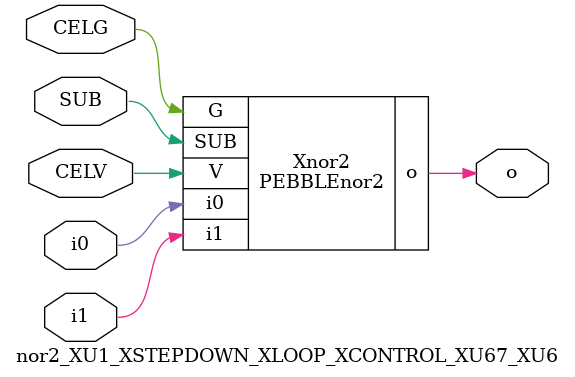
<source format=v>



module PEBBLEnor2 ( o, G, SUB, V, i0, i1 );

  input i0;
  input V;
  input i1;
  input G;
  output o;
  input SUB;
endmodule

//Celera Confidential Do Not Copy nor2_XU1_XSTEPDOWN_XLOOP_XCONTROL_XU67_XU6
//Celera Confidential Symbol Generator
//nor2
module nor2_XU1_XSTEPDOWN_XLOOP_XCONTROL_XU67_XU6 (CELV,CELG,i0,i1,o,SUB);
input CELV;
input CELG;
input i0;
input i1;
input SUB;
output o;

//Celera Confidential Do Not Copy nor2
PEBBLEnor2 Xnor2(
.V (CELV),
.i0 (i0),
.i1 (i1),
.o (o),
.SUB (SUB),
.G (CELG)
);
//,diesize,PEBBLEnor2

//Celera Confidential Do Not Copy Module End
//Celera Schematic Generator
endmodule

</source>
